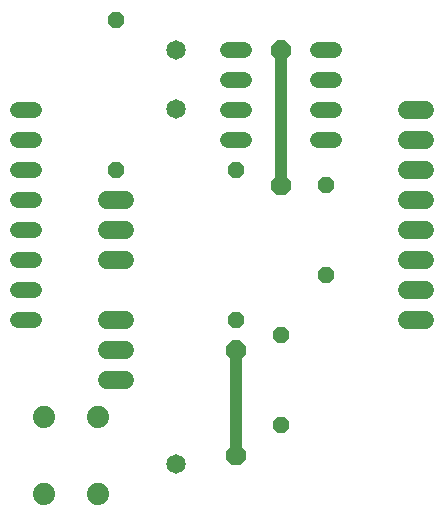
<source format=gbr>
G04 EAGLE Gerber X2 export*
G04 #@! %TF.Part,Single*
G04 #@! %TF.FileFunction,Copper,L1,Top,Mixed*
G04 #@! %TF.FilePolarity,Positive*
G04 #@! %TF.GenerationSoftware,Autodesk,EAGLE,9.0.0*
G04 #@! %TF.CreationDate,2019-08-08T19:05:01Z*
G75*
%MOMM*%
%FSLAX34Y34*%
%LPD*%
%AMOC8*
5,1,8,0,0,1.08239X$1,22.5*%
G01*
%ADD10C,1.320800*%
%ADD11P,1.429621X8X112.500000*%
%ADD12C,1.650000*%
%ADD13C,1.524000*%
%ADD14P,1.539592X8X112.500000*%
%ADD15P,1.429621X8X292.500000*%
%ADD16P,1.539592X8X292.500000*%
%ADD17C,1.879600*%
%ADD18P,1.814519X8X22.500000*%
%ADD19C,1.016000*%


D10*
X324104Y330200D02*
X310896Y330200D01*
X310896Y355600D02*
X324104Y355600D01*
X247904Y355600D02*
X234696Y355600D01*
X234696Y330200D02*
X247904Y330200D01*
X310896Y381000D02*
X324104Y381000D01*
X324104Y406400D02*
X310896Y406400D01*
X247904Y381000D02*
X234696Y381000D01*
X234696Y406400D02*
X247904Y406400D01*
D11*
X241300Y177800D03*
X241300Y304800D03*
D12*
X190500Y56400D03*
X190500Y406400D03*
X190500Y356400D03*
D13*
X147320Y228600D02*
X132080Y228600D01*
X132080Y254000D02*
X147320Y254000D01*
X147320Y279400D02*
X132080Y279400D01*
D14*
X317500Y215900D03*
X317500Y292100D03*
D15*
X139700Y431800D03*
X139700Y304800D03*
D10*
X70104Y355600D02*
X56896Y355600D01*
X56896Y330200D02*
X70104Y330200D01*
X70104Y304800D02*
X56896Y304800D01*
X56896Y279400D02*
X70104Y279400D01*
X70104Y254000D02*
X56896Y254000D01*
X56896Y228600D02*
X70104Y228600D01*
X70104Y203200D02*
X56896Y203200D01*
X56896Y177800D02*
X70104Y177800D01*
D13*
X386080Y177800D02*
X401320Y177800D01*
X401320Y203200D02*
X386080Y203200D01*
X386080Y228600D02*
X401320Y228600D01*
X401320Y254000D02*
X386080Y254000D01*
X386080Y279400D02*
X401320Y279400D01*
X401320Y304800D02*
X386080Y304800D01*
X386080Y330200D02*
X401320Y330200D01*
X401320Y355600D02*
X386080Y355600D01*
D16*
X279400Y165100D03*
X279400Y88900D03*
D13*
X147320Y127000D02*
X132080Y127000D01*
X132080Y152400D02*
X147320Y152400D01*
X147320Y177800D02*
X132080Y177800D01*
D17*
X124206Y96012D03*
X124206Y30988D03*
X78994Y96012D03*
X78994Y30988D03*
D18*
X279400Y292100D03*
D19*
X279400Y406400D01*
D18*
X279400Y406400D03*
X241300Y152400D03*
D19*
X241300Y63500D01*
D18*
X241300Y63500D03*
M02*

</source>
